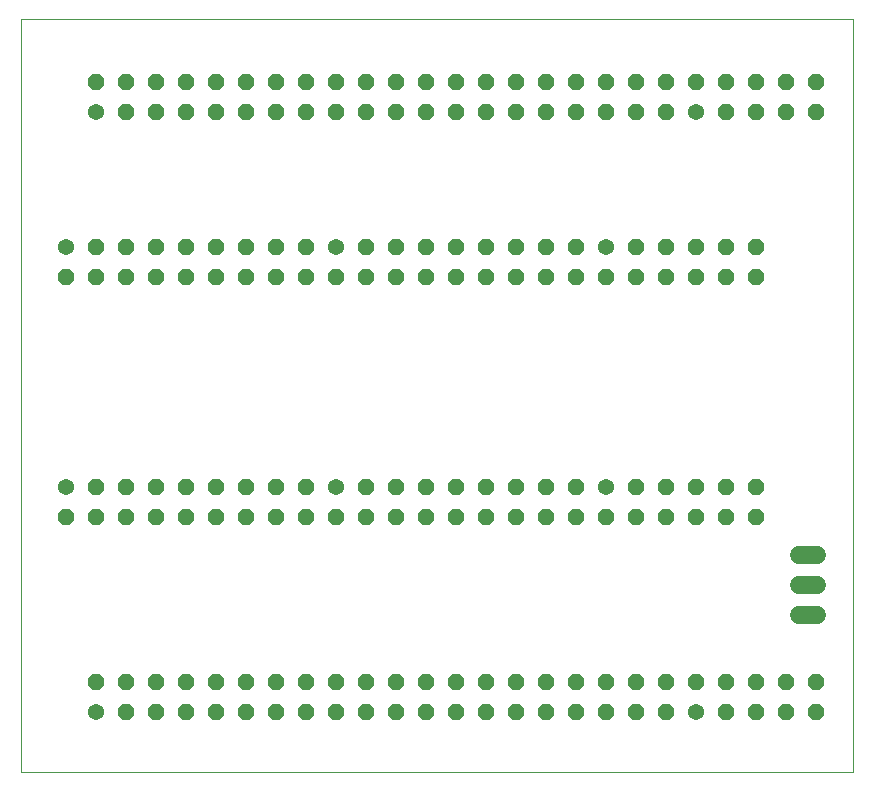
<source format=gbs>
G75*
%MOIN*%
%OFA0B0*%
%FSLAX25Y25*%
%IPPOS*%
%LPD*%
%AMOC8*
5,1,8,0,0,1.08239X$1,22.5*
%
%ADD10C,0.00000*%
%ADD11C,0.05400*%
%ADD12OC8,0.05400*%
%ADD13C,0.06000*%
D10*
X0001256Y0036433D02*
X0001256Y0287634D01*
X0278677Y0287634D01*
X0278677Y0036433D01*
X0001256Y0036433D01*
D11*
X0026256Y0056433D03*
X0016256Y0131433D03*
X0016256Y0211433D03*
X0026256Y0256433D03*
X0106256Y0211433D03*
X0106256Y0131433D03*
X0196256Y0131433D03*
X0226256Y0056433D03*
X0196256Y0211433D03*
X0226256Y0256433D03*
D12*
X0236256Y0256433D03*
X0246256Y0256433D03*
X0256256Y0256433D03*
X0266256Y0256433D03*
X0266256Y0266433D03*
X0256256Y0266433D03*
X0246256Y0266433D03*
X0236256Y0266433D03*
X0226256Y0266433D03*
X0216256Y0266433D03*
X0216256Y0256433D03*
X0206256Y0256433D03*
X0196256Y0256433D03*
X0186256Y0256433D03*
X0176256Y0256433D03*
X0166256Y0256433D03*
X0166256Y0266433D03*
X0176256Y0266433D03*
X0186256Y0266433D03*
X0196256Y0266433D03*
X0206256Y0266433D03*
X0156256Y0266433D03*
X0146256Y0266433D03*
X0136256Y0266433D03*
X0126256Y0266433D03*
X0116256Y0266433D03*
X0116256Y0256433D03*
X0126256Y0256433D03*
X0136256Y0256433D03*
X0146256Y0256433D03*
X0156256Y0256433D03*
X0156256Y0211433D03*
X0146256Y0211433D03*
X0136256Y0211433D03*
X0126256Y0211433D03*
X0116256Y0211433D03*
X0116256Y0201433D03*
X0126256Y0201433D03*
X0136256Y0201433D03*
X0146256Y0201433D03*
X0156256Y0201433D03*
X0166256Y0201433D03*
X0176256Y0201433D03*
X0186256Y0201433D03*
X0196256Y0201433D03*
X0206256Y0201433D03*
X0216256Y0201433D03*
X0226256Y0201433D03*
X0236256Y0201433D03*
X0246256Y0201433D03*
X0246256Y0211433D03*
X0236256Y0211433D03*
X0226256Y0211433D03*
X0216256Y0211433D03*
X0206256Y0211433D03*
X0186256Y0211433D03*
X0176256Y0211433D03*
X0166256Y0211433D03*
X0106256Y0201433D03*
X0096256Y0201433D03*
X0086256Y0201433D03*
X0076256Y0201433D03*
X0066256Y0201433D03*
X0066256Y0211433D03*
X0076256Y0211433D03*
X0086256Y0211433D03*
X0096256Y0211433D03*
X0056256Y0211433D03*
X0046256Y0211433D03*
X0036256Y0211433D03*
X0026256Y0211433D03*
X0026256Y0201433D03*
X0036256Y0201433D03*
X0046256Y0201433D03*
X0056256Y0201433D03*
X0016256Y0201433D03*
X0036256Y0256433D03*
X0046256Y0256433D03*
X0056256Y0256433D03*
X0066256Y0256433D03*
X0076256Y0256433D03*
X0086256Y0256433D03*
X0096256Y0256433D03*
X0106256Y0256433D03*
X0106256Y0266433D03*
X0096256Y0266433D03*
X0086256Y0266433D03*
X0076256Y0266433D03*
X0066256Y0266433D03*
X0056256Y0266433D03*
X0046256Y0266433D03*
X0036256Y0266433D03*
X0026256Y0266433D03*
X0026256Y0131433D03*
X0036256Y0131433D03*
X0046256Y0131433D03*
X0056256Y0131433D03*
X0056256Y0121433D03*
X0046256Y0121433D03*
X0036256Y0121433D03*
X0026256Y0121433D03*
X0016256Y0121433D03*
X0066256Y0121433D03*
X0076256Y0121433D03*
X0086256Y0121433D03*
X0096256Y0121433D03*
X0106256Y0121433D03*
X0096256Y0131433D03*
X0086256Y0131433D03*
X0076256Y0131433D03*
X0066256Y0131433D03*
X0116256Y0131433D03*
X0126256Y0131433D03*
X0136256Y0131433D03*
X0146256Y0131433D03*
X0156256Y0131433D03*
X0156256Y0121433D03*
X0146256Y0121433D03*
X0136256Y0121433D03*
X0126256Y0121433D03*
X0116256Y0121433D03*
X0166256Y0121433D03*
X0176256Y0121433D03*
X0186256Y0121433D03*
X0196256Y0121433D03*
X0206256Y0121433D03*
X0206256Y0131433D03*
X0216256Y0131433D03*
X0226256Y0131433D03*
X0236256Y0131433D03*
X0246256Y0131433D03*
X0246256Y0121433D03*
X0236256Y0121433D03*
X0226256Y0121433D03*
X0216256Y0121433D03*
X0186256Y0131433D03*
X0176256Y0131433D03*
X0166256Y0131433D03*
X0166256Y0066433D03*
X0176256Y0066433D03*
X0186256Y0066433D03*
X0196256Y0066433D03*
X0206256Y0066433D03*
X0206256Y0056433D03*
X0196256Y0056433D03*
X0186256Y0056433D03*
X0176256Y0056433D03*
X0166256Y0056433D03*
X0156256Y0056433D03*
X0156256Y0066433D03*
X0146256Y0066433D03*
X0146256Y0056433D03*
X0136256Y0056433D03*
X0136256Y0066433D03*
X0126256Y0066433D03*
X0126256Y0056433D03*
X0116256Y0056433D03*
X0116256Y0066433D03*
X0106256Y0066433D03*
X0106256Y0056433D03*
X0096256Y0056433D03*
X0096256Y0066433D03*
X0086256Y0066433D03*
X0086256Y0056433D03*
X0076256Y0056433D03*
X0076256Y0066433D03*
X0066256Y0066433D03*
X0066256Y0056433D03*
X0056256Y0056433D03*
X0056256Y0066433D03*
X0046256Y0066433D03*
X0046256Y0056433D03*
X0036256Y0056433D03*
X0036256Y0066433D03*
X0026256Y0066433D03*
X0216256Y0066433D03*
X0226256Y0066433D03*
X0236256Y0066433D03*
X0246256Y0066433D03*
X0256256Y0066433D03*
X0256256Y0056433D03*
X0246256Y0056433D03*
X0236256Y0056433D03*
X0216256Y0056433D03*
X0266256Y0056433D03*
X0266256Y0066433D03*
D13*
X0266756Y0088933D02*
X0260756Y0088933D01*
X0260756Y0098933D02*
X0266756Y0098933D01*
X0266756Y0108933D02*
X0260756Y0108933D01*
M02*

</source>
